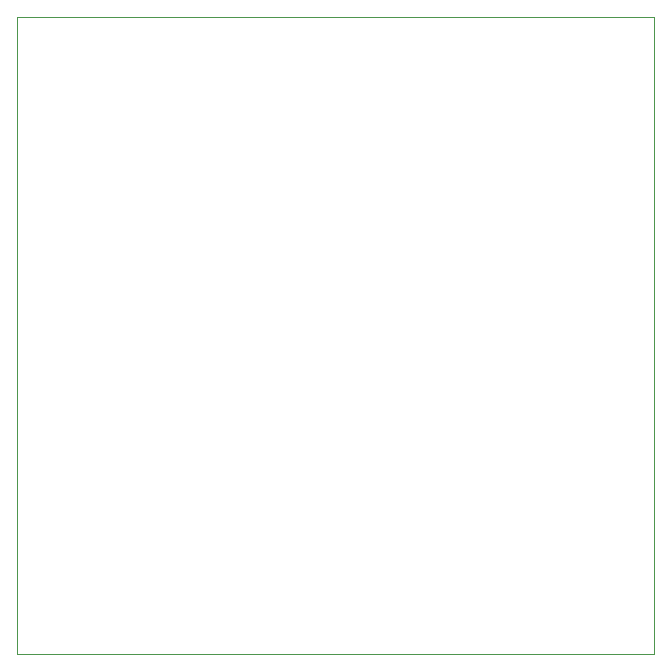
<source format=gbr>
%TF.GenerationSoftware,KiCad,Pcbnew,7.0.8*%
%TF.CreationDate,2023-12-19T15:47:32-08:00*%
%TF.ProjectId,4-button debouncer,342d6275-7474-46f6-9e20-6465626f756e,rev?*%
%TF.SameCoordinates,Original*%
%TF.FileFunction,Profile,NP*%
%FSLAX46Y46*%
G04 Gerber Fmt 4.6, Leading zero omitted, Abs format (unit mm)*
G04 Created by KiCad (PCBNEW 7.0.8) date 2023-12-19 15:47:32*
%MOMM*%
%LPD*%
G01*
G04 APERTURE LIST*
%TA.AperFunction,Profile*%
%ADD10C,0.100000*%
%TD*%
G04 APERTURE END LIST*
D10*
X51000000Y-50000000D02*
X105000000Y-50000000D01*
X105000000Y-104000000D01*
X51000000Y-104000000D01*
X51000000Y-50000000D01*
M02*

</source>
